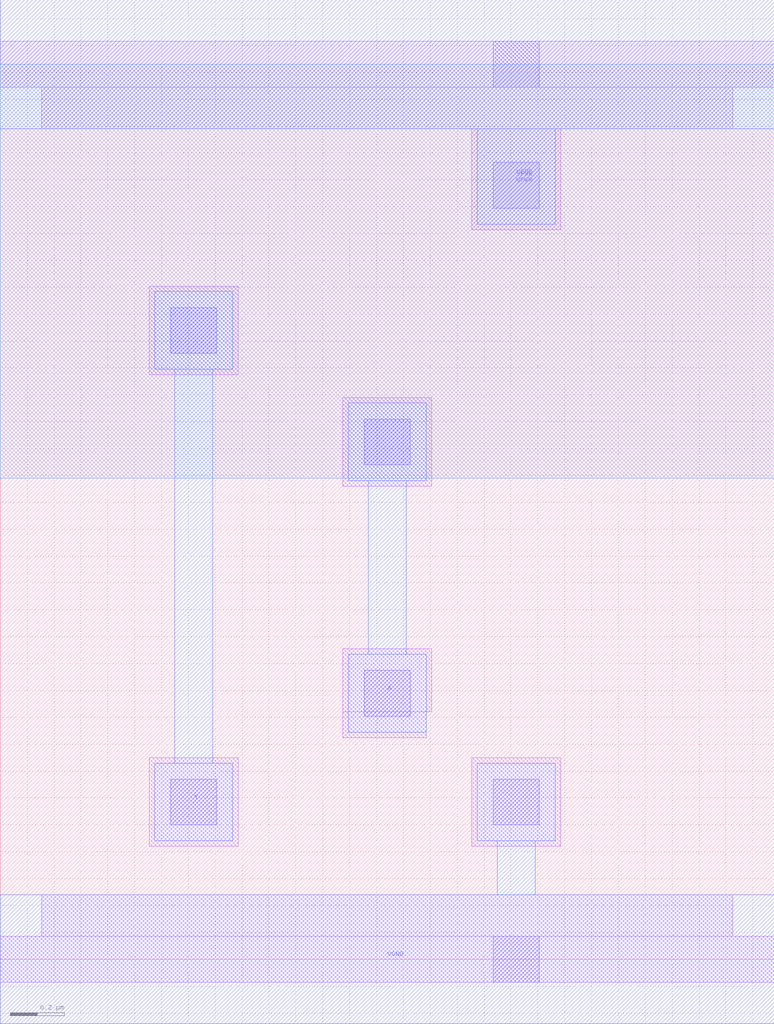
<source format=lef>
VERSION 5.7 ;
  NOWIREEXTENSIONATPIN ON ;
  DIVIDERCHAR "/" ;
  BUSBITCHARS "[]" ;
MACRO INVX2
  CLASS CORE ;
  FOREIGN INVX2 ;
  ORIGIN 0.000 0.000 ;
  SIZE 2.880 BY 3.330 ;
  SYMMETRY X Y ;
  SITE unit ;
  PIN A
    ANTENNAGATEAREA 0.189000 ;
    PORT
      LAYER met1 ;
        RECT 1.295 1.780 1.585 2.070 ;
        RECT 1.370 1.135 1.510 1.780 ;
        RECT 1.295 0.845 1.585 1.135 ;
    END
  END A
  PIN VGND
    ANTENNADIFFAREA 0.352100 ;
    PORT
      LAYER met1 ;
        RECT 1.775 0.440 2.065 0.730 ;
        RECT 1.850 0.240 1.990 0.440 ;
        RECT 0.000 -0.240 2.880 0.240 ;
    END
    PORT
      LAYER met1 ;
        RECT 0.000 3.090 2.880 3.570 ;
        RECT 1.775 2.735 2.065 3.090 ;
    END
  END VGND
  PIN VPWR
    ANTENNADIFFAREA 0.663600 ;
    PORT
      LAYER li1 ;
        RECT 0.000 3.245 2.880 3.415 ;
        RECT 0.155 3.090 2.725 3.245 ;
        RECT 1.755 2.715 2.085 3.090 ;
      LAYER mcon ;
        RECT 1.835 3.245 2.005 3.415 ;
        RECT 1.835 2.795 2.005 2.965 ;
    END
  END VPWR
  PIN Y
    ANTENNADIFFAREA 1.031650 ;
    PORT
      LAYER met1 ;
        RECT 0.575 2.195 0.865 2.485 ;
        RECT 0.650 0.730 0.790 2.195 ;
        RECT 0.575 0.440 0.865 0.730 ;
    END
  END Y
  OBS
      LAYER nwell ;
        RECT 0.000 1.790 2.880 3.330 ;
      LAYER li1 ;
        RECT 0.555 2.175 0.885 2.505 ;
        RECT 1.275 1.760 1.605 2.090 ;
        RECT 1.275 0.920 1.605 1.155 ;
        RECT 1.275 0.825 1.585 0.920 ;
        RECT 0.555 0.420 0.885 0.750 ;
        RECT 1.755 0.420 2.085 0.750 ;
        RECT 0.155 0.085 2.725 0.240 ;
        RECT 0.000 -0.085 2.880 0.085 ;
      LAYER mcon ;
        RECT 0.635 2.255 0.805 2.425 ;
        RECT 1.355 1.840 1.525 2.010 ;
        RECT 1.355 0.905 1.525 1.075 ;
        RECT 0.635 0.500 0.805 0.670 ;
        RECT 1.835 0.500 2.005 0.670 ;
        RECT 1.835 -0.085 2.005 0.085 ;
  END
END INVX2
END LIBRARY


</source>
